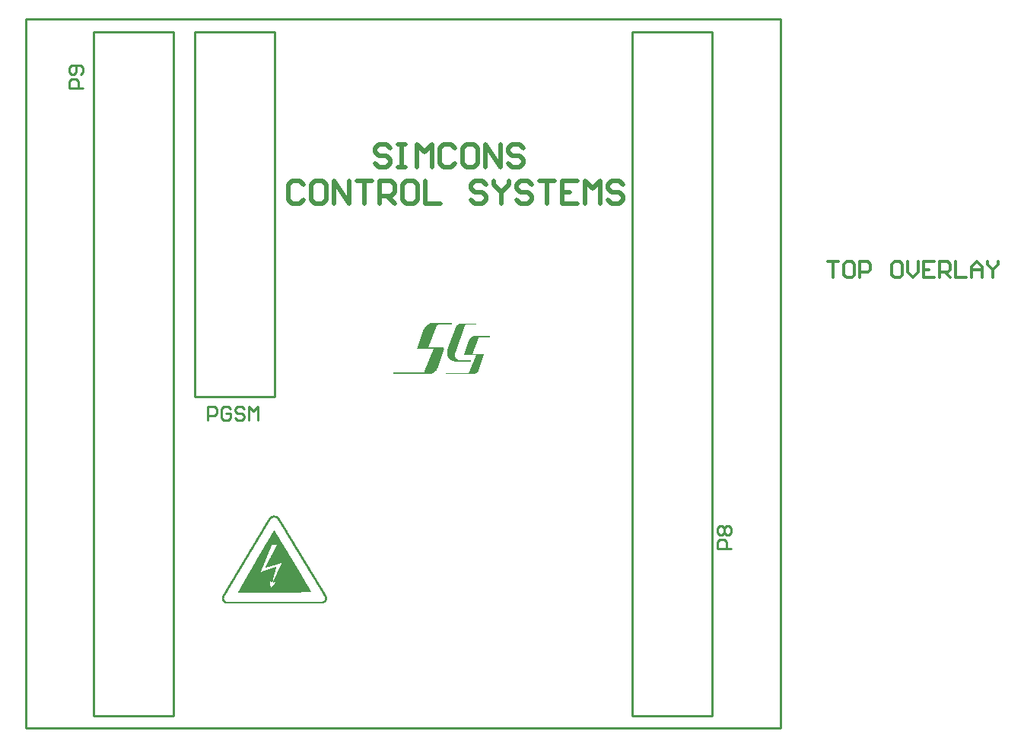
<source format=gto>
%FSLAX25Y25*%
%MOIN*%
G70*
G01*
G75*
G04 Layer_Color=65535*
%ADD10C,0.04000*%
%ADD11C,0.00800*%
%ADD12C,0.01200*%
%ADD13C,0.09000*%
%ADD14R,0.07500X0.09000*%
%ADD15O,0.06000X0.07500*%
%ADD16O,0.07500X0.09000*%
%ADD17C,0.19685*%
%ADD18C,0.11811*%
%ADD19O,0.12000X0.13000*%
%ADD20C,0.07500*%
%ADD21R,0.07500X0.07500*%
%ADD22R,0.12000X0.13000*%
%ADD23O,0.09000X0.07500*%
%ADD24O,0.09000X0.06000*%
%ADD25R,0.09000X0.07500*%
%ADD26C,0.10000*%
%ADD27C,0.03600*%
%ADD28C,0.03000*%
%ADD29C,0.01600*%
%ADD30R,0.27559X0.35433*%
%ADD31R,0.19685X0.35433*%
%ADD32C,0.01000*%
%ADD33C,0.00400*%
%ADD34C,0.01400*%
%ADD35C,0.02000*%
G36*
X589211Y557355D02*
X584841D01*
X584744Y557330D01*
X584597Y557281D01*
X584426Y557159D01*
X584402Y557135D01*
X584329Y557037D01*
X584231Y556940D01*
X584207Y556842D01*
X581570Y549934D01*
X586208D01*
X586355Y549885D01*
X586501Y549812D01*
X586574Y549714D01*
X586623Y549617D01*
Y549568D01*
X586648Y549519D01*
X586672Y549446D01*
X584402Y543002D01*
X584377Y542953D01*
X584353Y542855D01*
X584255Y542684D01*
X584158Y542489D01*
X583987Y542245D01*
X583816Y542025D01*
X583572Y541781D01*
X583303Y541561D01*
X583279D01*
X583255Y541513D01*
X583084Y541415D01*
X582864Y541293D01*
X582620Y541195D01*
X582596D01*
X582571Y541171D01*
X582425Y541147D01*
X582181Y541098D01*
X581912Y541073D01*
X570024D01*
Y541561D01*
X579666D01*
X579764Y541586D01*
X579886Y541635D01*
X580032Y541732D01*
X580057Y541757D01*
X580155Y541854D01*
X580228Y541952D01*
X580301Y542074D01*
X583206Y549422D01*
X577836Y549446D01*
X580106Y555914D01*
X580130Y555963D01*
X580155Y556061D01*
X580252Y556232D01*
X580350Y556427D01*
X580496Y556671D01*
X580692Y556915D01*
X580911Y557135D01*
X581180Y557355D01*
X581204D01*
X581253Y557404D01*
X581302Y557428D01*
X581399Y557501D01*
X581619Y557623D01*
X581863Y557721D01*
X581888D01*
X581912Y557745D01*
X581985Y557770D01*
X582083Y557794D01*
X582303Y557819D01*
X582596Y557843D01*
X589211D01*
Y557355D01*
D02*
G37*
G36*
X583315Y562855D02*
X578922D01*
X578824Y562830D01*
X578702Y562781D01*
X578555Y562659D01*
X578531Y562635D01*
X578433Y562562D01*
X578360Y562464D01*
X578287Y562342D01*
X574235Y550943D01*
X574210Y550894D01*
X574186Y550772D01*
X574113Y550601D01*
X574064Y550381D01*
X573991Y550137D01*
X573917Y549869D01*
X573893Y549624D01*
X573869Y549380D01*
Y549356D01*
Y549283D01*
X573893Y549185D01*
X573917Y549063D01*
X574015Y548770D01*
X574088Y548599D01*
X574186Y548453D01*
X574210Y548428D01*
X574235Y548404D01*
X574284Y548331D01*
X574381Y548233D01*
X574577Y548013D01*
X574869Y547769D01*
X575211Y547501D01*
X575602Y547281D01*
X575821Y547184D01*
X576041Y547110D01*
X576261Y547086D01*
X576505Y547061D01*
X580850D01*
Y546573D01*
X574113D01*
X573966Y546598D01*
X573771Y546622D01*
X573527Y546695D01*
X573258Y546769D01*
X572941Y546891D01*
X572624Y547037D01*
X572575Y547061D01*
X572477Y547135D01*
X572331Y547232D01*
X572135Y547354D01*
X571916Y547525D01*
X571696Y547696D01*
X571501Y547891D01*
X571330Y548111D01*
X571306Y548136D01*
X571257Y548209D01*
X571183Y548331D01*
X571110Y548502D01*
X571013Y548672D01*
X570915Y548868D01*
X570720Y549307D01*
Y549332D01*
X570695Y549405D01*
X570646Y549527D01*
X570622Y549673D01*
X570573Y549869D01*
X570524Y550064D01*
X570500Y550503D01*
Y550528D01*
Y550601D01*
X570524Y550723D01*
Y550869D01*
X570549Y551065D01*
X570598Y551284D01*
X570671Y551553D01*
X570744Y551821D01*
X574186Y561414D01*
X574210Y561463D01*
X574235Y561561D01*
X574332Y561732D01*
X574430Y561927D01*
X574577Y562171D01*
X574772Y562415D01*
X575016Y562635D01*
X575284Y562855D01*
X575309D01*
X575333Y562903D01*
X575504Y563001D01*
X575699Y563123D01*
X575943Y563221D01*
X575968D01*
X575992Y563245D01*
X576065Y563270D01*
X576163Y563294D01*
X576407Y563318D01*
X576676Y563343D01*
X583315D01*
Y562855D01*
D02*
G37*
G36*
X572585Y562782D02*
X566766D01*
X566636Y562749D01*
X566441Y562684D01*
X566213Y562522D01*
X566181Y562489D01*
X566083Y562359D01*
X565953Y562229D01*
X565921Y562099D01*
X562410Y552899D01*
X568587D01*
X568782Y552834D01*
X568977Y552736D01*
X569074Y552606D01*
X569139Y552476D01*
Y552411D01*
X569172Y552346D01*
X569204Y552248D01*
X566181Y543666D01*
X566148Y543601D01*
X566116Y543471D01*
X565986Y543243D01*
X565856Y542983D01*
X565628Y542658D01*
X565401Y542365D01*
X565076Y542040D01*
X564718Y541748D01*
X564685D01*
X564653Y541683D01*
X564425Y541553D01*
X564133Y541390D01*
X563808Y541260D01*
X563775D01*
X563743Y541228D01*
X563548Y541195D01*
X563223Y541130D01*
X562865Y541097D01*
X547032D01*
Y541748D01*
X559874D01*
X560004Y541780D01*
X560167Y541845D01*
X560362Y541975D01*
X560394Y542008D01*
X560524Y542138D01*
X560622Y542268D01*
X560719Y542430D01*
X564588Y552216D01*
X557436Y552248D01*
X560459Y560864D01*
X560492Y560929D01*
X560524Y561059D01*
X560654Y561286D01*
X560784Y561546D01*
X560979Y561871D01*
X561239Y562196D01*
X561532Y562489D01*
X561890Y562782D01*
X561922D01*
X561987Y562847D01*
X562052Y562879D01*
X562182Y562977D01*
X562475Y563139D01*
X562800Y563269D01*
X562832D01*
X562865Y563302D01*
X562962Y563334D01*
X563093Y563367D01*
X563385Y563399D01*
X563775Y563432D01*
X572585D01*
Y562782D01*
D02*
G37*
D32*
X385827Y385827D02*
Y696850D01*
X716535D01*
Y385827D02*
Y696850D01*
X385827Y385827D02*
X716535D01*
X651791Y391339D02*
X686791D01*
Y691339D01*
X651791D02*
X686791D01*
X651791Y391339D02*
Y691339D01*
X450571Y391339D02*
Y691339D01*
X415571Y391339D02*
X450571D01*
X415571D02*
Y691339D01*
X450571D01*
X460000Y531339D02*
X495000D01*
Y691339D01*
X460000D02*
X495000D01*
X460000Y531339D02*
Y691339D01*
X465500Y521000D02*
Y526998D01*
X468499D01*
X469499Y525998D01*
Y523999D01*
X468499Y522999D01*
X465500D01*
X475497Y525998D02*
X474497Y526998D01*
X472498D01*
X471498Y525998D01*
Y522000D01*
X472498Y521000D01*
X474497D01*
X475497Y522000D01*
Y523999D01*
X473497D01*
X481495Y525998D02*
X480495Y526998D01*
X478496D01*
X477496Y525998D01*
Y524999D01*
X478496Y523999D01*
X480495D01*
X481495Y522999D01*
Y522000D01*
X480495Y521000D01*
X478496D01*
X477496Y522000D01*
X483494Y521000D02*
Y526998D01*
X485494Y524999D01*
X487493Y526998D01*
Y521000D01*
X411000Y666500D02*
X405002D01*
Y669499D01*
X406002Y670499D01*
X408001D01*
X409001Y669499D01*
Y666500D01*
X410000Y672498D02*
X411000Y673498D01*
Y675497D01*
X410000Y676497D01*
X406002D01*
X405002Y675497D01*
Y673498D01*
X406002Y672498D01*
X407001D01*
X408001Y673498D01*
Y676497D01*
X695000Y464500D02*
X689002D01*
Y467499D01*
X690002Y468499D01*
X692001D01*
X693001Y467499D01*
Y464500D01*
X690002Y470498D02*
X689002Y471498D01*
Y473497D01*
X690002Y474497D01*
X691001D01*
X692001Y473497D01*
X693001Y474497D01*
X694000D01*
X695000Y473497D01*
Y471498D01*
X694000Y470498D01*
X693001D01*
X692001Y471498D01*
X691001Y470498D01*
X690002D01*
X692001Y471498D02*
Y473497D01*
D33*
X473559Y440786D02*
X515500D01*
X473234Y440868D02*
X515988D01*
X472990Y440949D02*
X516231D01*
X472909Y441030D02*
X516475D01*
X472747Y441111D02*
X516557D01*
X472665Y441193D02*
X516719D01*
X472584Y441274D02*
X516800D01*
X472503Y441355D02*
X473738D01*
X490297D02*
X516963D01*
X472422Y441436D02*
X473331D01*
X515890D02*
X517044D01*
X472340Y441518D02*
X473169D01*
X516134D02*
X517125D01*
X472259Y441599D02*
X473006D01*
X516296D02*
X517125D01*
X472259Y441680D02*
X472925D01*
X516459D02*
X517206D01*
X472178Y441761D02*
X472844D01*
X516540D02*
X517288D01*
X472096Y441843D02*
X472763D01*
X516621D02*
X517288D01*
X472096Y441924D02*
X472682D01*
X516703D02*
X517369D01*
X472096Y442005D02*
X472682D01*
X516784D02*
X517450D01*
X472015Y442086D02*
X472600D01*
X516865D02*
X517450D01*
X472015Y442168D02*
X472600D01*
X516865D02*
X517450D01*
X472015Y442249D02*
X472519D01*
X516947D02*
X517531D01*
X472015Y442330D02*
X472519D01*
X516947D02*
X517531D01*
X471934Y442411D02*
X472519D01*
X517028D02*
X517531D01*
X471934Y442493D02*
X472519D01*
X517028D02*
X517531D01*
X471934Y442574D02*
X472438D01*
X517028D02*
X517531D01*
X471934Y442655D02*
X472438D01*
X517028D02*
X517613D01*
X471934Y442736D02*
X472438D01*
X517028D02*
X517613D01*
X471934Y442818D02*
X472438D01*
X517028D02*
X517613D01*
X471934Y442899D02*
X472438D01*
X517028D02*
X517613D01*
X471934Y442980D02*
X472438D01*
X517028D02*
X517613D01*
X471934Y443061D02*
X472519D01*
X517028D02*
X517613D01*
X471934Y443143D02*
X472519D01*
X517028D02*
X517531D01*
X471934Y443224D02*
X472519D01*
X517028D02*
X517531D01*
X472015Y443305D02*
X472519D01*
X517028D02*
X517531D01*
X472015Y443386D02*
X472519D01*
X516947D02*
X517531D01*
X472015Y443468D02*
X472600D01*
X516947D02*
X517531D01*
X472015Y443549D02*
X472600D01*
X516947D02*
X517450D01*
X472096Y443630D02*
X472600D01*
X516865D02*
X517450D01*
X472096Y443711D02*
X472682D01*
X516865D02*
X517450D01*
X472096Y443793D02*
X472682D01*
X516784D02*
X517369D01*
X472178Y443874D02*
X472763D01*
X516784D02*
X517369D01*
X472178Y443955D02*
X472763D01*
X516703D02*
X517288D01*
X472178Y444036D02*
X472844D01*
X516621D02*
X517288D01*
X472259Y444118D02*
X472844D01*
X516540D02*
X517206D01*
X472259Y444199D02*
X472925D01*
X516540D02*
X517206D01*
X472340Y444280D02*
X473006D01*
X516459D02*
X517125D01*
X472340Y444361D02*
X473006D01*
X516459D02*
X517125D01*
X472422Y444443D02*
X473088D01*
X516378D02*
X517044D01*
X472503Y444524D02*
X473088D01*
X516378D02*
X516963D01*
X472503Y444605D02*
X473169D01*
X516296D02*
X516963D01*
X472584Y444686D02*
X473250D01*
X516215D02*
X516882D01*
X472584Y444768D02*
X473250D01*
X516215D02*
X516882D01*
X472665Y444849D02*
X473331D01*
X516134D02*
X516800D01*
X472747Y444930D02*
X473331D01*
X516134D02*
X516719D01*
X472747Y445011D02*
X473413D01*
X516053D02*
X516719D01*
X472828Y445093D02*
X473494D01*
X515972D02*
X516638D01*
X472828Y445174D02*
X473494D01*
X515972D02*
X516638D01*
X472909Y445255D02*
X473575D01*
X515890D02*
X516557D01*
X472990Y445336D02*
X473575D01*
X515890D02*
X516475D01*
X472990Y445418D02*
X473657D01*
X515809D02*
X516475D01*
X473071Y445499D02*
X473738D01*
X515728D02*
X516394D01*
X473071Y445580D02*
X473738D01*
X515728D02*
X516394D01*
X473153Y445661D02*
X473819D01*
X479084D02*
X506238D01*
X515647D02*
X516313D01*
X473234Y445743D02*
X473819D01*
X479084D02*
X510544D01*
X515647D02*
X516231D01*
X473234Y445824D02*
X473900D01*
X479165D02*
X510544D01*
X515565D02*
X516231D01*
X473315Y445905D02*
X473900D01*
X479165D02*
X510463D01*
X515484D02*
X516150D01*
X473315Y445986D02*
X473982D01*
X479247D02*
X510463D01*
X515484D02*
X516150D01*
X473396Y446068D02*
X474063D01*
X479247D02*
X510382D01*
X515403D02*
X516069D01*
X473478Y446149D02*
X474063D01*
X479328D02*
X510382D01*
X515403D02*
X515988D01*
X473478Y446230D02*
X474144D01*
X479409D02*
X510300D01*
X515321D02*
X515988D01*
X473559Y446311D02*
X474144D01*
X479409D02*
X510219D01*
X515240D02*
X515906D01*
X473559Y446393D02*
X474225D01*
X479490D02*
X510219D01*
X515240D02*
X515825D01*
X473640Y446474D02*
X474306D01*
X479490D02*
X510138D01*
X515159D02*
X515825D01*
X473722Y446555D02*
X474306D01*
X479571D02*
X510138D01*
X515159D02*
X515744D01*
X473722Y446636D02*
X474388D01*
X479571D02*
X510056D01*
X515078D02*
X515744D01*
X473803Y446718D02*
X474388D01*
X479653D02*
X509975D01*
X514996D02*
X515663D01*
X473803Y446799D02*
X474469D01*
X479734D02*
X509975D01*
X514996D02*
X515582D01*
X473884Y446880D02*
X474550D01*
X479734D02*
X509894D01*
X514915D02*
X515582D01*
X473965Y446961D02*
X474550D01*
X479815D02*
X509894D01*
X514834D02*
X515500D01*
X473965Y447043D02*
X474632D01*
X479815D02*
X509813D01*
X514834D02*
X515500D01*
X474047Y447124D02*
X474632D01*
X479896D02*
X492994D01*
X493140D02*
X509813D01*
X514753D02*
X515419D01*
X474047Y447205D02*
X474713D01*
X479896D02*
X492994D01*
X493222D02*
X509731D01*
X514753D02*
X515338D01*
X474128Y447286D02*
X474794D01*
X479978D02*
X492994D01*
X493303D02*
X509650D01*
X514672D02*
X515338D01*
X474209Y447368D02*
X474794D01*
X480059D02*
X492994D01*
X493384D02*
X509650D01*
X514590D02*
X515257D01*
X474209Y447449D02*
X474875D01*
X480059D02*
X492913D01*
X493465D02*
X509569D01*
X514590D02*
X515257D01*
X474290Y447530D02*
X474875D01*
X480140D02*
X492913D01*
X493465D02*
X509569D01*
X514509D02*
X515175D01*
X474290Y447611D02*
X474957D01*
X480140D02*
X492913D01*
X498909D02*
X509488D01*
X514509D02*
X515094D01*
X474371Y447693D02*
X475038D01*
X480222D02*
X492913D01*
X493628D02*
X509488D01*
X514428D02*
X515094D01*
X474453Y447774D02*
X475038D01*
X480303D02*
X492913D01*
X493709D02*
X509407D01*
X514347D02*
X515013D01*
X474453Y447855D02*
X475119D01*
X480303D02*
X492913D01*
X493790D02*
X509325D01*
X514347D02*
X515013D01*
X474534Y447936D02*
X475119D01*
X480384D02*
X492832D01*
X493871D02*
X509325D01*
X514265D02*
X514931D01*
X474534Y448018D02*
X475200D01*
X480384D02*
X492832D01*
X493953D02*
X509244D01*
X514265D02*
X514850D01*
X474615Y448099D02*
X475281D01*
X480465D02*
X492832D01*
X493953D02*
X509244D01*
X514184D02*
X514850D01*
X474696Y448180D02*
X475281D01*
X480465D02*
X492832D01*
X494034D02*
X509163D01*
X514103D02*
X514769D01*
X474696Y448261D02*
X475363D01*
X480547D02*
X492832D01*
X494115D02*
X509082D01*
X514103D02*
X514769D01*
X474778Y448343D02*
X475363D01*
X480628D02*
X492832D01*
X494197D02*
X509082D01*
X514021D02*
X514688D01*
X474778Y448424D02*
X475444D01*
X480628D02*
X492750D01*
X494278D02*
X509000D01*
X514021D02*
X514607D01*
X474859Y448505D02*
X475525D01*
X480709D02*
X492750D01*
X494359D02*
X509000D01*
X513940D02*
X514607D01*
X474859Y448586D02*
X475525D01*
X480709D02*
X492750D01*
X494359D02*
X508919D01*
X513859D02*
X514525D01*
X474940Y448668D02*
X475606D01*
X480790D02*
X492750D01*
X494440D02*
X508919D01*
X513859D02*
X514525D01*
X475022Y448749D02*
X475606D01*
X480790D02*
X492750D01*
X494522D02*
X508838D01*
X513778D02*
X514444D01*
X475022Y448830D02*
X475688D01*
X480871D02*
X492750D01*
X494603D02*
X508756D01*
X513778D02*
X514363D01*
X475103Y448911D02*
X475769D01*
X480953D02*
X492669D01*
X494684D02*
X508756D01*
X513696D02*
X514363D01*
X475103Y448993D02*
X475769D01*
X480953D02*
X492669D01*
X494765D02*
X508675D01*
X513615D02*
X514282D01*
X475184Y449074D02*
X475850D01*
X481034D02*
X492669D01*
X494846D02*
X508675D01*
X513615D02*
X514200D01*
X475265Y449155D02*
X475850D01*
X481034D02*
X492669D01*
X494846D02*
X508594D01*
X513534D02*
X514200D01*
X475265Y449236D02*
X475932D01*
X481115D02*
X492669D01*
X494928D02*
X508513D01*
X513534D02*
X514119D01*
X475347Y449318D02*
X476013D01*
X481115D02*
X492669D01*
X495009D02*
X508513D01*
X513453D02*
X514119D01*
X475347Y449399D02*
X476013D01*
X481196D02*
X492588D01*
X495090D02*
X508431D01*
X513372D02*
X514038D01*
X475428Y449480D02*
X476094D01*
X481278D02*
X492588D01*
X495171D02*
X508431D01*
X513372D02*
X513956D01*
X475509Y449561D02*
X476094D01*
X481278D02*
X492588D01*
X495253D02*
X508350D01*
X513290D02*
X513956D01*
X475509Y449643D02*
X476175D01*
X481359D02*
X492588D01*
X495334D02*
X508350D01*
X513209D02*
X513875D01*
X475590Y449724D02*
X476257D01*
X481359D02*
X492588D01*
X495334D02*
X508269D01*
X513209D02*
X513875D01*
X475590Y449805D02*
X476257D01*
X481440D02*
X492588D01*
X495415D02*
X508188D01*
X513128D02*
X513794D01*
X475671Y449886D02*
X476338D01*
X481440D02*
X492588D01*
X495497D02*
X508188D01*
X513128D02*
X513713D01*
X475753Y449968D02*
X476338D01*
X481522D02*
X492507D01*
X494197D02*
X494456D01*
X495578D02*
X508107D01*
X513047D02*
X513713D01*
X475753Y450049D02*
X476419D01*
X481603D02*
X492507D01*
X493546D02*
X493644D01*
X494278D02*
X494863D01*
X495659D02*
X508107D01*
X512965D02*
X513631D01*
X475834Y450130D02*
X476500D01*
X481603D02*
X492507D01*
X493465D02*
X493644D01*
X494278D02*
X495188D01*
X498909D02*
X508025D01*
X512965D02*
X513631D01*
X475834Y450211D02*
X476500D01*
X481684D02*
X492507D01*
X493303D02*
X493644D01*
X494278D02*
X495513D01*
X495740D02*
X507944D01*
X512884D02*
X513550D01*
X475915Y450293D02*
X476581D01*
X481684D02*
X492507D01*
X493222D02*
X493725D01*
X494359D02*
X507944D01*
X512884D02*
X513469D01*
X475996Y450374D02*
X476581D01*
X481765D02*
X492507D01*
X493140D02*
X493725D01*
X494359D02*
X507863D01*
X512803D02*
X513469D01*
X475996Y450455D02*
X476663D01*
X481765D02*
X492425D01*
X493059D02*
X493725D01*
X494440D02*
X507863D01*
X512721D02*
X513388D01*
X476078Y450536D02*
X476744D01*
X481847D02*
X492425D01*
X492897D02*
X493725D01*
X494440D02*
X507782D01*
X512721D02*
X513388D01*
X476078Y450618D02*
X476744D01*
X481928D02*
X492425D01*
X492815D02*
X493807D01*
X494522D02*
X507782D01*
X512640D02*
X513307D01*
X476159Y450699D02*
X476825D01*
X481928D02*
X492425D01*
X492734D02*
X493807D01*
X494522D02*
X507700D01*
X512640D02*
X513225D01*
X476240Y450780D02*
X476825D01*
X482009D02*
X492425D01*
X492571D02*
X493807D01*
X494603D02*
X507619D01*
X512559D02*
X513225D01*
X476240Y450861D02*
X476906D01*
X482009D02*
X493807D01*
X494603D02*
X507619D01*
X512478D02*
X513144D01*
X476322Y450943D02*
X476988D01*
X482090D02*
X493888D01*
X494684D02*
X507538D01*
X512478D02*
X513144D01*
X476322Y451024D02*
X476988D01*
X482090D02*
X493888D01*
X494684D02*
X507538D01*
X512396D02*
X513063D01*
X476403Y451105D02*
X477069D01*
X482171D02*
X493888D01*
X494765D02*
X507456D01*
X512396D02*
X512982D01*
X476484Y451186D02*
X477069D01*
X482253D02*
X493888D01*
X494765D02*
X507456D01*
X512315D02*
X512982D01*
X476484Y451268D02*
X477150D01*
X482253D02*
X493969D01*
X494846D02*
X507375D01*
X512234D02*
X512900D01*
X476565Y451349D02*
X477232D01*
X482334D02*
X493969D01*
X494846D02*
X507294D01*
X512234D02*
X512900D01*
X476565Y451430D02*
X477232D01*
X482334D02*
X493969D01*
X494846D02*
X507294D01*
X512153D02*
X512819D01*
X476647Y451511D02*
X477313D01*
X482415D02*
X494050D01*
X494928D02*
X507213D01*
X512153D02*
X512738D01*
X476728Y451593D02*
X477313D01*
X482415D02*
X494050D01*
X494928D02*
X507213D01*
X512072D02*
X512738D01*
X476728Y451674D02*
X477394D01*
X482497D02*
X494050D01*
X495009D02*
X507131D01*
X511990D02*
X512656D01*
X476809Y451755D02*
X477475D01*
X482578D02*
X494050D01*
X495009D02*
X507050D01*
X511990D02*
X512575D01*
X476809Y451836D02*
X477475D01*
X482578D02*
X494132D01*
X495090D02*
X507050D01*
X511909D02*
X512575D01*
X476890Y451918D02*
X477557D01*
X482659D02*
X494132D01*
X495090D02*
X506969D01*
X511909D02*
X512494D01*
X476971Y451999D02*
X477557D01*
X482659D02*
X494132D01*
X495171D02*
X506969D01*
X511828D02*
X512494D01*
X476971Y452080D02*
X477638D01*
X482740D02*
X494132D01*
X495171D02*
X506888D01*
X511747D02*
X512413D01*
X477053Y452161D02*
X477719D01*
X482740D02*
X494213D01*
X495253D02*
X506888D01*
X511747D02*
X512331D01*
X477053Y452243D02*
X477719D01*
X482822D02*
X494213D01*
X495253D02*
X506807D01*
X511665D02*
X512331D01*
X477134Y452324D02*
X477800D01*
X482903D02*
X494213D01*
X495334D02*
X506725D01*
X511584D02*
X512250D01*
X477215Y452405D02*
X477800D01*
X482903D02*
X494294D01*
X495334D02*
X506725D01*
X511584D02*
X512250D01*
X477215Y452486D02*
X477881D01*
X482984D02*
X494294D01*
X495415D02*
X506644D01*
X511503D02*
X512169D01*
X477296Y452568D02*
X477881D01*
X482984D02*
X494294D01*
X495415D02*
X506644D01*
X511503D02*
X512088D01*
X477296Y452649D02*
X477963D01*
X483065D02*
X494294D01*
X495415D02*
X506563D01*
X511421D02*
X512088D01*
X477378Y452730D02*
X478044D01*
X483065D02*
X494375D01*
X495497D02*
X506482D01*
X511340D02*
X512007D01*
X477459Y452811D02*
X478044D01*
X483146D02*
X494375D01*
X495497D02*
X506482D01*
X511340D02*
X512007D01*
X477459Y452893D02*
X478125D01*
X483228D02*
X494375D01*
X495578D02*
X506400D01*
X511259D02*
X511925D01*
X477540Y452974D02*
X478125D01*
X483228D02*
X494375D01*
X495578D02*
X506400D01*
X511259D02*
X511844D01*
X477540Y453055D02*
X478206D01*
X483309D02*
X494456D01*
X495659D02*
X506319D01*
X511178D02*
X511844D01*
X477622Y453136D02*
X478288D01*
X483309D02*
X494456D01*
X495659D02*
X506319D01*
X511096D02*
X511763D01*
X477703Y453218D02*
X478288D01*
X483390D02*
X494456D01*
X495740D02*
X506238D01*
X511096D02*
X511763D01*
X477703Y453299D02*
X478369D01*
X483390D02*
X494456D01*
X495740D02*
X506156D01*
X511015D02*
X511682D01*
X477784Y453380D02*
X478369D01*
X483471D02*
X494538D01*
X495822D02*
X506156D01*
X511015D02*
X511600D01*
X477784Y453461D02*
X478450D01*
X483553D02*
X494538D01*
X495822D02*
X506075D01*
X510934D02*
X511600D01*
X477865Y453543D02*
X478532D01*
X483553D02*
X494538D01*
X495903D02*
X506075D01*
X510853D02*
X511519D01*
X477947Y453624D02*
X478532D01*
X483634D02*
X494619D01*
X495903D02*
X505994D01*
X510853D02*
X511519D01*
X477947Y453705D02*
X478613D01*
X483634D02*
X494619D01*
X495903D02*
X505994D01*
X510772D02*
X511438D01*
X478028Y453786D02*
X478613D01*
X483715D02*
X494619D01*
X495984D02*
X505913D01*
X510772D02*
X511356D01*
X478028Y453868D02*
X478694D01*
X483715D02*
X494619D01*
X495984D02*
X505831D01*
X510690D02*
X511356D01*
X478109Y453949D02*
X478775D01*
X483797D02*
X494700D01*
X496065D02*
X505831D01*
X510609D02*
X511275D01*
X478190Y454030D02*
X478775D01*
X483878D02*
X494700D01*
X496065D02*
X505750D01*
X510609D02*
X511275D01*
X478190Y454111D02*
X478857D01*
X483878D02*
X494700D01*
X496146D02*
X505750D01*
X510528D02*
X511194D01*
X478271Y454193D02*
X478857D01*
X483959D02*
X494700D01*
X496146D02*
X505669D01*
X510528D02*
X511113D01*
X478271Y454274D02*
X478938D01*
X483959D02*
X488444D01*
X488671D02*
X494781D01*
X496228D02*
X505588D01*
X510447D02*
X511113D01*
X478353Y454355D02*
X479019D01*
X484040D02*
X488444D01*
X488915D02*
X494781D01*
X496228D02*
X505588D01*
X510365D02*
X511031D01*
X478434Y454436D02*
X479019D01*
X484040D02*
X488444D01*
X489159D02*
X494781D01*
X496309D02*
X505507D01*
X510365D02*
X510950D01*
X478434Y454518D02*
X479100D01*
X484122D02*
X488525D01*
X489403D02*
X494863D01*
X496309D02*
X505507D01*
X510284D02*
X510950D01*
X478515Y454599D02*
X479100D01*
X484203D02*
X488525D01*
X489646D02*
X494863D01*
X496390D02*
X505425D01*
X510284D02*
X510869D01*
X478515Y454680D02*
X479181D01*
X484203D02*
X488607D01*
X489890D02*
X494863D01*
X496390D02*
X505425D01*
X510203D02*
X510869D01*
X478596Y454761D02*
X479263D01*
X484284D02*
X488607D01*
X490134D02*
X494863D01*
X496472D02*
X505344D01*
X510121D02*
X510788D01*
X478596Y454843D02*
X479263D01*
X484284D02*
X488688D01*
X490378D02*
X494944D01*
X496472D02*
X505263D01*
X510121D02*
X510707D01*
X478678Y454924D02*
X479344D01*
X484365D02*
X488688D01*
X490622D02*
X494944D01*
X496472D02*
X505263D01*
X510040D02*
X510707D01*
X478759Y455005D02*
X479344D01*
X484365D02*
X488688D01*
X490865D02*
X494944D01*
X496553D02*
X505182D01*
X509959D02*
X510625D01*
X478759Y455086D02*
X479425D01*
X484446D02*
X488769D01*
X491109D02*
X494944D01*
X496553D02*
X505182D01*
X509959D02*
X510625D01*
X478840Y455168D02*
X479506D01*
X484528D02*
X488769D01*
X491271D02*
X495025D01*
X496634D02*
X505100D01*
X509878D02*
X510544D01*
X478840Y455249D02*
X479506D01*
X484528D02*
X488850D01*
X491515D02*
X495025D01*
X496634D02*
X505019D01*
X509878D02*
X510463D01*
X478922Y455330D02*
X479588D01*
X484609D02*
X488850D01*
X491759D02*
X495025D01*
X496715D02*
X505019D01*
X509796D02*
X510463D01*
X479003Y455411D02*
X479588D01*
X484609D02*
X488850D01*
X492003D02*
X495025D01*
X496715D02*
X504938D01*
X509715D02*
X510382D01*
X479003Y455493D02*
X479669D01*
X484690D02*
X488932D01*
X492246D02*
X495107D01*
X496797D02*
X504938D01*
X509715D02*
X510382D01*
X479084Y455574D02*
X479750D01*
X484690D02*
X488932D01*
X492490D02*
X495107D01*
X496797D02*
X504856D01*
X509634D02*
X510300D01*
X479084Y455655D02*
X479750D01*
X484771D02*
X489013D01*
X492734D02*
X495107D01*
X496878D02*
X504856D01*
X509634D02*
X510219D01*
X479165Y455736D02*
X479832D01*
X484853D02*
X489013D01*
X492978D02*
X495188D01*
X496878D02*
X504775D01*
X509553D02*
X510219D01*
X479247Y455818D02*
X479832D01*
X484853D02*
X489013D01*
X493222D02*
X495188D01*
X496959D02*
X504694D01*
X509472D02*
X510138D01*
X479247Y455899D02*
X479913D01*
X484934D02*
X489094D01*
X493465D02*
X495188D01*
X496959D02*
X504694D01*
X509472D02*
X510138D01*
X479328Y455980D02*
X479994D01*
X484934D02*
X489094D01*
X493709D02*
X495188D01*
X497040D02*
X504613D01*
X509390D02*
X510056D01*
X479328Y456061D02*
X479994D01*
X485015D02*
X489175D01*
X493953D02*
X495269D01*
X497040D02*
X504613D01*
X509390D02*
X509975D01*
X479409Y456143D02*
X480075D01*
X485015D02*
X489175D01*
X494197D02*
X495269D01*
X497040D02*
X504531D01*
X509309D02*
X509975D01*
X479490Y456224D02*
X480075D01*
X485097D02*
X489175D01*
X494440D02*
X495269D01*
X497121D02*
X504450D01*
X509228D02*
X509894D01*
X479490Y456305D02*
X480157D01*
X485178D02*
X489256D01*
X494684D02*
X495269D01*
X497121D02*
X504450D01*
X509228D02*
X509894D01*
X479571Y456386D02*
X480238D01*
X485178D02*
X489256D01*
X494928D02*
X495350D01*
X497203D02*
X504369D01*
X509146D02*
X509813D01*
X479571Y456468D02*
X480238D01*
X485259D02*
X489338D01*
X490865D02*
X490963D01*
X495090D02*
X495350D01*
X497203D02*
X504288D01*
X509146D02*
X509731D01*
X479653Y456549D02*
X480319D01*
X485259D02*
X489338D01*
X490865D02*
X491207D01*
X495334D02*
X495350D01*
X497284D02*
X504288D01*
X509065D02*
X509731D01*
X479734Y456630D02*
X480319D01*
X485340D02*
X489419D01*
X490946D02*
X491450D01*
X497284D02*
X504207D01*
X508984D02*
X509650D01*
X479734Y456711D02*
X480400D01*
X485340D02*
X489419D01*
X491028D02*
X491694D01*
X497365D02*
X504207D01*
X508984D02*
X509650D01*
X479815Y456793D02*
X480481D01*
X485422D02*
X489419D01*
X491028D02*
X492019D01*
X497365D02*
X504125D01*
X508903D02*
X509569D01*
X479815Y456874D02*
X480481D01*
X485503D02*
X489500D01*
X491109D02*
X492263D01*
X497446D02*
X504044D01*
X508903D02*
X509488D01*
X479896Y456955D02*
X480563D01*
X485503D02*
X489500D01*
X491109D02*
X492507D01*
X497446D02*
X504044D01*
X508821D02*
X509488D01*
X479978Y457036D02*
X480563D01*
X485584D02*
X489581D01*
X491190D02*
X492750D01*
X497528D02*
X503963D01*
X508740D02*
X509407D01*
X479978Y457118D02*
X480644D01*
X485584D02*
X489581D01*
X491190D02*
X493075D01*
X497528D02*
X503963D01*
X508740D02*
X509325D01*
X480059Y457199D02*
X480725D01*
X485665D02*
X489581D01*
X491271D02*
X493319D01*
X497609D02*
X503882D01*
X508659D02*
X509325D01*
X480059Y457280D02*
X480725D01*
X485665D02*
X489663D01*
X491271D02*
X493563D01*
X497609D02*
X503800D01*
X508659D02*
X509244D01*
X480140Y457361D02*
X480806D01*
X485746D02*
X489663D01*
X491353D02*
X493807D01*
X497609D02*
X503800D01*
X508578D02*
X509244D01*
X480222Y457443D02*
X480806D01*
X485828D02*
X489744D01*
X491353D02*
X494050D01*
X497690D02*
X503719D01*
X508497D02*
X509163D01*
X480222Y457524D02*
X480888D01*
X485828D02*
X489744D01*
X491434D02*
X494375D01*
X497690D02*
X503719D01*
X508497D02*
X509082D01*
X480303Y457605D02*
X480969D01*
X485909D02*
X489744D01*
X491434D02*
X494619D01*
X497772D02*
X503638D01*
X508415D02*
X509082D01*
X480303Y457686D02*
X480969D01*
X485909D02*
X489825D01*
X491515D02*
X494863D01*
X497772D02*
X503556D01*
X508334D02*
X509000D01*
X480384Y457768D02*
X481050D01*
X485990D02*
X489825D01*
X491515D02*
X495107D01*
X497853D02*
X503556D01*
X508334D02*
X509000D01*
X480465Y457849D02*
X481050D01*
X485990D02*
X489907D01*
X491597D02*
X495432D01*
X497853D02*
X503475D01*
X508253D02*
X508919D01*
X480465Y457930D02*
X481132D01*
X486071D02*
X489907D01*
X491597D02*
X495675D01*
X497934D02*
X503475D01*
X508253D02*
X508838D01*
X480547Y458011D02*
X481213D01*
X486153D02*
X489907D01*
X491678D02*
X495919D01*
X497934D02*
X503394D01*
X508172D02*
X508838D01*
X480547Y458093D02*
X481213D01*
X486153D02*
X489988D01*
X491759D02*
X496163D01*
X498015D02*
X503313D01*
X508090D02*
X508756D01*
X480628Y458174D02*
X481294D01*
X486234D02*
X489988D01*
X491759D02*
X496488D01*
X498015D02*
X503313D01*
X508090D02*
X508756D01*
X480709Y458255D02*
X481294D01*
X486234D02*
X490069D01*
X491840D02*
X496732D01*
X498097D02*
X503231D01*
X508009D02*
X508675D01*
X480709Y458336D02*
X481375D01*
X486315D02*
X490069D01*
X491840D02*
X496975D01*
X498097D02*
X503231D01*
X508009D02*
X508594D01*
X480790Y458418D02*
X481457D01*
X486315D02*
X490150D01*
X491922D02*
X497219D01*
X498178D02*
X503150D01*
X507928D02*
X508594D01*
X480790Y458499D02*
X481457D01*
X486397D02*
X490150D01*
X491922D02*
X497463D01*
X498178D02*
X503069D01*
X507846D02*
X508513D01*
X480871Y458580D02*
X481538D01*
X486478D02*
X490150D01*
X492003D02*
X497788D01*
X498178D02*
X503069D01*
X507846D02*
X508513D01*
X480953Y458661D02*
X481538D01*
X486478D02*
X490232D01*
X492003D02*
X498032D01*
X498259D02*
X502988D01*
X507765D02*
X508431D01*
X480953Y458743D02*
X481619D01*
X486559D02*
X490232D01*
X492084D02*
X502988D01*
X507765D02*
X508350D01*
X481034Y458824D02*
X481619D01*
X486559D02*
X490313D01*
X492084D02*
X502907D01*
X507684D02*
X508350D01*
X481034Y458905D02*
X481700D01*
X486640D02*
X490313D01*
X492165D02*
X502825D01*
X507603D02*
X508269D01*
X481115Y458986D02*
X481781D01*
X486640D02*
X490313D01*
X492165D02*
X502825D01*
X507603D02*
X508269D01*
X481196Y459068D02*
X481781D01*
X486722D02*
X490394D01*
X492246D02*
X502744D01*
X507521D02*
X508188D01*
X481196Y459149D02*
X481863D01*
X486803D02*
X490394D01*
X492246D02*
X502663D01*
X507521D02*
X508107D01*
X481278Y459230D02*
X481863D01*
X486803D02*
X490475D01*
X492328D02*
X502663D01*
X507440D02*
X508107D01*
X481278Y459311D02*
X481944D01*
X486884D02*
X490475D01*
X492409D02*
X502582D01*
X507359D02*
X508025D01*
X481359Y459393D02*
X482025D01*
X486884D02*
X490475D01*
X492409D02*
X502582D01*
X507359D02*
X508025D01*
X481440Y459474D02*
X482025D01*
X486965D02*
X490556D01*
X492490D02*
X502500D01*
X507278D02*
X507944D01*
X481440Y459555D02*
X482106D01*
X486965D02*
X490556D01*
X492490D02*
X502419D01*
X507278D02*
X507863D01*
X481522Y459636D02*
X482106D01*
X487046D02*
X490638D01*
X492571D02*
X502419D01*
X507197D02*
X507863D01*
X481522Y459718D02*
X482188D01*
X487128D02*
X490638D01*
X492571D02*
X502338D01*
X507115D02*
X507782D01*
X481603Y459799D02*
X482269D01*
X487128D02*
X490638D01*
X492653D02*
X502338D01*
X507115D02*
X507700D01*
X481684Y459880D02*
X482269D01*
X487209D02*
X490719D01*
X492653D02*
X502256D01*
X507034D02*
X507700D01*
X481684Y459961D02*
X482350D01*
X487209D02*
X490719D01*
X492734D02*
X502175D01*
X507034D02*
X507619D01*
X481765Y460043D02*
X482350D01*
X487290D02*
X490800D01*
X492734D02*
X502175D01*
X506953D02*
X507619D01*
X481765Y460124D02*
X482432D01*
X487290D02*
X490800D01*
X492815D02*
X502094D01*
X506872D02*
X507538D01*
X481847Y460205D02*
X482513D01*
X487371D02*
X490881D01*
X492815D02*
X502094D01*
X506872D02*
X507456D01*
X481928Y460286D02*
X482513D01*
X487453D02*
X490881D01*
X492897D02*
X502013D01*
X506790D02*
X507456D01*
X481928Y460368D02*
X482594D01*
X487453D02*
X490881D01*
X492897D02*
X501931D01*
X506709D02*
X507375D01*
X482009Y460449D02*
X482594D01*
X487534D02*
X490963D01*
X492978D02*
X501931D01*
X506709D02*
X507375D01*
X482009Y460530D02*
X482675D01*
X487534D02*
X490963D01*
X492978D02*
X501850D01*
X506628D02*
X507294D01*
X482090Y460611D02*
X482757D01*
X487615D02*
X491044D01*
X493059D02*
X501850D01*
X506628D02*
X507213D01*
X482171Y460693D02*
X482757D01*
X487615D02*
X491044D01*
X493140D02*
X501769D01*
X506546D02*
X507213D01*
X482171Y460774D02*
X482838D01*
X487697D02*
X491044D01*
X493140D02*
X501688D01*
X506465D02*
X507131D01*
X482253Y460855D02*
X482838D01*
X487778D02*
X491125D01*
X493222D02*
X501688D01*
X506465D02*
X507131D01*
X482253Y460936D02*
X482919D01*
X487778D02*
X491125D01*
X493222D02*
X501607D01*
X506384D02*
X507050D01*
X482334Y461018D02*
X483000D01*
X487859D02*
X491207D01*
X493303D02*
X501607D01*
X506384D02*
X506969D01*
X482415Y461099D02*
X483000D01*
X487859D02*
X491207D01*
X493303D02*
X501525D01*
X506303D02*
X506969D01*
X482415Y461180D02*
X483081D01*
X487940D02*
X491207D01*
X493384D02*
X501444D01*
X506221D02*
X506888D01*
X482497Y461261D02*
X483081D01*
X487940D02*
X491288D01*
X493384D02*
X501444D01*
X506221D02*
X506888D01*
X482497Y461343D02*
X483163D01*
X488022D02*
X491288D01*
X493465D02*
X501363D01*
X506140D02*
X506807D01*
X482578Y461424D02*
X483244D01*
X488103D02*
X491369D01*
X493465D02*
X501281D01*
X506140D02*
X506725D01*
X482578Y461505D02*
X483244D01*
X488103D02*
X491369D01*
X493546D02*
X501281D01*
X506059D02*
X506725D01*
X482659Y461586D02*
X483325D01*
X488184D02*
X491369D01*
X493546D02*
X501200D01*
X505978D02*
X506644D01*
X482740Y461668D02*
X483325D01*
X488184D02*
X491450D01*
X493628D02*
X501200D01*
X505978D02*
X506644D01*
X482740Y461749D02*
X483406D01*
X488265D02*
X491450D01*
X493628D02*
X501119D01*
X505897D02*
X506563D01*
X482822Y461830D02*
X483488D01*
X488265D02*
X491532D01*
X493709D02*
X501038D01*
X505897D02*
X506482D01*
X482822Y461911D02*
X483488D01*
X488346D02*
X491532D01*
X493709D02*
X501038D01*
X505815D02*
X506482D01*
X482903Y461993D02*
X483569D01*
X488428D02*
X491613D01*
X493790D02*
X500956D01*
X505734D02*
X506400D01*
X482984Y462074D02*
X483569D01*
X488428D02*
X491613D01*
X493871D02*
X500956D01*
X505734D02*
X506400D01*
X482984Y462155D02*
X483650D01*
X488509D02*
X491613D01*
X493871D02*
X500875D01*
X505653D02*
X506319D01*
X483065Y462236D02*
X483732D01*
X488509D02*
X491694D01*
X493953D02*
X500794D01*
X505653D02*
X506238D01*
X483065Y462318D02*
X483732D01*
X488590D02*
X491694D01*
X493953D02*
X500794D01*
X505572D02*
X506238D01*
X483146Y462399D02*
X483813D01*
X488590D02*
X491775D01*
X494034D02*
X500713D01*
X505490D02*
X506156D01*
X483228Y462480D02*
X483813D01*
X488671D02*
X491775D01*
X494034D02*
X500713D01*
X505490D02*
X506075D01*
X483228Y462561D02*
X483894D01*
X488753D02*
X491775D01*
X494115D02*
X500632D01*
X505409D02*
X506075D01*
X483309Y462643D02*
X483975D01*
X488753D02*
X491856D01*
X494115D02*
X500550D01*
X505409D02*
X505994D01*
X483309Y462724D02*
X483975D01*
X488834D02*
X491856D01*
X494197D02*
X500550D01*
X505328D02*
X505994D01*
X483390Y462805D02*
X484057D01*
X488834D02*
X491938D01*
X494197D02*
X500469D01*
X505246D02*
X505913D01*
X483471Y462886D02*
X484057D01*
X488915D02*
X491938D01*
X494278D02*
X500469D01*
X505246D02*
X505831D01*
X483471Y462968D02*
X484138D01*
X488997D02*
X491938D01*
X494278D02*
X500388D01*
X505165D02*
X505831D01*
X483553Y463049D02*
X484219D01*
X488997D02*
X492019D01*
X494359D02*
X500307D01*
X505084D02*
X505750D01*
X483553Y463130D02*
X484219D01*
X489078D02*
X492019D01*
X494359D02*
X500307D01*
X505084D02*
X505750D01*
X483634Y463211D02*
X484300D01*
X489078D02*
X492100D01*
X494440D02*
X500225D01*
X505003D02*
X505669D01*
X483715Y463293D02*
X484300D01*
X489159D02*
X492100D01*
X494440D02*
X500225D01*
X505003D02*
X505588D01*
X483715Y463374D02*
X484381D01*
X489240D02*
X492100D01*
X494522D02*
X500144D01*
X504921D02*
X505588D01*
X483797Y463455D02*
X484463D01*
X489240D02*
X492181D01*
X494603D02*
X500063D01*
X504840D02*
X505507D01*
X483797Y463536D02*
X484463D01*
X489322D02*
X492181D01*
X494603D02*
X500063D01*
X504840D02*
X505507D01*
X483878Y463618D02*
X484544D01*
X489322D02*
X492263D01*
X494684D02*
X499981D01*
X504759D02*
X505425D01*
X483959Y463699D02*
X484544D01*
X489403D02*
X492263D01*
X494684D02*
X499981D01*
X504759D02*
X505344D01*
X483959Y463780D02*
X484625D01*
X489484D02*
X492263D01*
X494765D02*
X499900D01*
X504678D02*
X505344D01*
X484040Y463861D02*
X484706D01*
X489484D02*
X492344D01*
X494765D02*
X499819D01*
X504597D02*
X505263D01*
X484040Y463943D02*
X484706D01*
X489565D02*
X492344D01*
X494846D02*
X499819D01*
X504597D02*
X505263D01*
X484122Y464024D02*
X484788D01*
X489565D02*
X492425D01*
X494846D02*
X499738D01*
X504515D02*
X505182D01*
X484203Y464105D02*
X484788D01*
X489646D02*
X492425D01*
X494928D02*
X499656D01*
X504515D02*
X505100D01*
X484203Y464186D02*
X484869D01*
X489728D02*
X492507D01*
X494928D02*
X499656D01*
X504434D02*
X505100D01*
X484284Y464268D02*
X484950D01*
X489728D02*
X492507D01*
X495009D02*
X499575D01*
X504353D02*
X505019D01*
X484284Y464349D02*
X484950D01*
X489809D02*
X492507D01*
X495009D02*
X499575D01*
X504353D02*
X505019D01*
X484365Y464430D02*
X485032D01*
X489809D02*
X492588D01*
X495090D02*
X499494D01*
X504272D02*
X504938D01*
X484446Y464511D02*
X485032D01*
X489890D02*
X492588D01*
X495090D02*
X499413D01*
X504272D02*
X504856D01*
X484446Y464593D02*
X485113D01*
X489971D02*
X492669D01*
X495171D02*
X499413D01*
X504190D02*
X504856D01*
X484528Y464674D02*
X485194D01*
X489971D02*
X492669D01*
X495253D02*
X499332D01*
X504109D02*
X504775D01*
X484528Y464755D02*
X485194D01*
X490053D02*
X492669D01*
X495253D02*
X499332D01*
X504109D02*
X504775D01*
X484609Y464836D02*
X485275D01*
X490053D02*
X492750D01*
X495334D02*
X499250D01*
X504028D02*
X504694D01*
X484690Y464918D02*
X485275D01*
X490134D02*
X492750D01*
X495334D02*
X499169D01*
X504028D02*
X504613D01*
X484690Y464999D02*
X485357D01*
X490215D02*
X492832D01*
X495415D02*
X499169D01*
X503946D02*
X504613D01*
X484771Y465080D02*
X485438D01*
X490215D02*
X492832D01*
X495415D02*
X499088D01*
X503865D02*
X504531D01*
X484771Y465161D02*
X485438D01*
X490297D02*
X492832D01*
X495497D02*
X499088D01*
X503865D02*
X504450D01*
X484853Y465243D02*
X485519D01*
X490297D02*
X492913D01*
X495497D02*
X499007D01*
X503784D02*
X504450D01*
X484934Y465324D02*
X485519D01*
X490378D02*
X492913D01*
X495578D02*
X498925D01*
X503784D02*
X504369D01*
X484934Y465405D02*
X485600D01*
X490378D02*
X492994D01*
X495578D02*
X498925D01*
X503703D02*
X504369D01*
X485015Y465486D02*
X485600D01*
X490459D02*
X492994D01*
X495659D02*
X498844D01*
X503621D02*
X504288D01*
X485015Y465568D02*
X485681D01*
X490540D02*
X492994D01*
X495659D02*
X498844D01*
X503621D02*
X504207D01*
X485097Y465649D02*
X485763D01*
X490540D02*
X493075D01*
X495740D02*
X498763D01*
X503540D02*
X504207D01*
X485178Y465730D02*
X485763D01*
X490622D02*
X493075D01*
X495740D02*
X498681D01*
X503459D02*
X504125D01*
X485178Y465811D02*
X485844D01*
X490622D02*
X493156D01*
X495822D02*
X498681D01*
X503459D02*
X504125D01*
X485259Y465893D02*
X485844D01*
X490703D02*
X493156D01*
X495822D02*
X498600D01*
X503378D02*
X504044D01*
X485259Y465974D02*
X485925D01*
X490784D02*
X493238D01*
X495903D02*
X498600D01*
X503378D02*
X503963D01*
X485340Y466055D02*
X486006D01*
X490784D02*
X493238D01*
X495984D02*
X498519D01*
X503297D02*
X503963D01*
X485422Y466136D02*
X486006D01*
X490865D02*
X493238D01*
X495984D02*
X498438D01*
X503215D02*
X503882D01*
X485422Y466218D02*
X486088D01*
X490865D02*
X493319D01*
X496065D02*
X498438D01*
X503215D02*
X503882D01*
X485503Y466299D02*
X486088D01*
X490946D02*
X493319D01*
X496065D02*
X498356D01*
X503134D02*
X503800D01*
X485503Y466380D02*
X486169D01*
X491028D02*
X493400D01*
X496146D02*
X498275D01*
X503134D02*
X503719D01*
X485584Y466461D02*
X486250D01*
X491028D02*
X493481D01*
X496146D02*
X498275D01*
X503053D02*
X503719D01*
X485665Y466543D02*
X486250D01*
X491109D02*
X498194D01*
X502972D02*
X503638D01*
X485665Y466624D02*
X486332D01*
X491109D02*
X498194D01*
X502972D02*
X503638D01*
X485746Y466705D02*
X486332D01*
X491190D02*
X498113D01*
X502890D02*
X503556D01*
X485746Y466786D02*
X486413D01*
X491271D02*
X498032D01*
X502890D02*
X503475D01*
X485828Y466868D02*
X486494D01*
X491271D02*
X498032D01*
X502809D02*
X503475D01*
X485909Y466949D02*
X486494D01*
X491353D02*
X497950D01*
X502728D02*
X503394D01*
X485909Y467030D02*
X486575D01*
X491353D02*
X497950D01*
X502728D02*
X503394D01*
X485990Y467111D02*
X486575D01*
X491434D02*
X497869D01*
X502646D02*
X503313D01*
X485990Y467193D02*
X486657D01*
X491515D02*
X497788D01*
X502646D02*
X503231D01*
X486071Y467274D02*
X486738D01*
X491515D02*
X497788D01*
X502565D02*
X503231D01*
X486153Y467355D02*
X486738D01*
X491597D02*
X497707D01*
X502484D02*
X503150D01*
X486153Y467436D02*
X486819D01*
X491597D02*
X497707D01*
X502484D02*
X503150D01*
X486234Y467518D02*
X486819D01*
X491678D02*
X497625D01*
X502403D02*
X503069D01*
X486234Y467599D02*
X486900D01*
X491759D02*
X497544D01*
X502403D02*
X502988D01*
X486315Y467680D02*
X486981D01*
X491759D02*
X497544D01*
X502321D02*
X502988D01*
X486315Y467761D02*
X486981D01*
X491840D02*
X497463D01*
X502240D02*
X502907D01*
X486397Y467843D02*
X487063D01*
X491840D02*
X497463D01*
X502240D02*
X502825D01*
X486478Y467924D02*
X487063D01*
X491922D02*
X497381D01*
X502159D02*
X502825D01*
X486478Y468005D02*
X487144D01*
X492003D02*
X497300D01*
X502159D02*
X502744D01*
X486559Y468086D02*
X487225D01*
X492003D02*
X497300D01*
X502078D02*
X502744D01*
X486559Y468168D02*
X487225D01*
X492084D02*
X497219D01*
X501997D02*
X502663D01*
X486640Y468249D02*
X487306D01*
X492084D02*
X497219D01*
X501997D02*
X502582D01*
X486722Y468330D02*
X487306D01*
X492165D02*
X497138D01*
X501915D02*
X502582D01*
X486722Y468411D02*
X487388D01*
X492246D02*
X497056D01*
X501834D02*
X502500D01*
X486803Y468493D02*
X487469D01*
X492246D02*
X497056D01*
X501834D02*
X502500D01*
X486803Y468574D02*
X487469D01*
X492328D02*
X496975D01*
X501753D02*
X502419D01*
X486884Y468655D02*
X487550D01*
X492328D02*
X496975D01*
X501753D02*
X502338D01*
X486965Y468736D02*
X487550D01*
X492409D02*
X496894D01*
X501672D02*
X502338D01*
X486965Y468818D02*
X487632D01*
X492490D02*
X496813D01*
X501590D02*
X502256D01*
X487046Y468899D02*
X487713D01*
X492490D02*
X496813D01*
X501590D02*
X502256D01*
X487046Y468980D02*
X487713D01*
X492571D02*
X496732D01*
X501509D02*
X502175D01*
X487128Y469061D02*
X487794D01*
X492571D02*
X496650D01*
X501509D02*
X502094D01*
X487209Y469143D02*
X487794D01*
X492653D02*
X496650D01*
X501428D02*
X502094D01*
X487209Y469224D02*
X487875D01*
X492734D02*
X496569D01*
X501346D02*
X502013D01*
X487290Y469305D02*
X487956D01*
X492734D02*
X496569D01*
X501346D02*
X502013D01*
X487290Y469386D02*
X487956D01*
X492815D02*
X496488D01*
X501265D02*
X501931D01*
X487371Y469468D02*
X488038D01*
X492815D02*
X496407D01*
X501265D02*
X501850D01*
X487453Y469549D02*
X488038D01*
X492897D02*
X496407D01*
X501184D02*
X501850D01*
X487453Y469630D02*
X488119D01*
X492978D02*
X496325D01*
X501103D02*
X501769D01*
X487534Y469711D02*
X488200D01*
X492978D02*
X496325D01*
X501103D02*
X501769D01*
X487534Y469793D02*
X488200D01*
X493059D02*
X496244D01*
X501021D02*
X501688D01*
X487615Y469874D02*
X488281D01*
X493059D02*
X496163D01*
X501021D02*
X501607D01*
X487697Y469955D02*
X488281D01*
X493140D02*
X496163D01*
X500940D02*
X501607D01*
X487697Y470036D02*
X488363D01*
X493222D02*
X496081D01*
X500859D02*
X501525D01*
X487778Y470118D02*
X488444D01*
X493222D02*
X496081D01*
X500859D02*
X501525D01*
X487778Y470199D02*
X488444D01*
X493303D02*
X496000D01*
X500778D02*
X501444D01*
X487859Y470280D02*
X488525D01*
X493303D02*
X495919D01*
X500778D02*
X501363D01*
X487940Y470361D02*
X488525D01*
X493384D02*
X495919D01*
X500697D02*
X501363D01*
X487940Y470443D02*
X488607D01*
X493465D02*
X495838D01*
X500615D02*
X501281D01*
X488022Y470524D02*
X488688D01*
X493465D02*
X495838D01*
X500615D02*
X501200D01*
X488022Y470605D02*
X488688D01*
X493546D02*
X495756D01*
X500534D02*
X501200D01*
X488103Y470686D02*
X488769D01*
X493546D02*
X495675D01*
X500534D02*
X501119D01*
X488184Y470768D02*
X488769D01*
X493628D02*
X495675D01*
X500453D02*
X501119D01*
X488184Y470849D02*
X488850D01*
X493709D02*
X495594D01*
X500372D02*
X501038D01*
X488265Y470930D02*
X488932D01*
X493709D02*
X495594D01*
X500372D02*
X500956D01*
X488265Y471011D02*
X488932D01*
X493790D02*
X495513D01*
X500290D02*
X500956D01*
X488346Y471093D02*
X489013D01*
X493790D02*
X495432D01*
X500209D02*
X500875D01*
X488428Y471174D02*
X489013D01*
X493871D02*
X495432D01*
X500209D02*
X500875D01*
X488428Y471255D02*
X489094D01*
X493953D02*
X495350D01*
X500128D02*
X500794D01*
X488509Y471336D02*
X489175D01*
X493953D02*
X495269D01*
X500128D02*
X500713D01*
X488509Y471418D02*
X489175D01*
X494034D02*
X495269D01*
X500046D02*
X500713D01*
X488590Y471499D02*
X489256D01*
X494034D02*
X495188D01*
X499965D02*
X500632D01*
X488671Y471580D02*
X489256D01*
X494115D02*
X495188D01*
X499965D02*
X500632D01*
X488671Y471661D02*
X489338D01*
X494197D02*
X495107D01*
X499884D02*
X500550D01*
X488753Y471743D02*
X489338D01*
X494197D02*
X495025D01*
X499884D02*
X500469D01*
X488753Y471824D02*
X489419D01*
X494278D02*
X495025D01*
X499803D02*
X500469D01*
X488834Y471905D02*
X489500D01*
X494278D02*
X494944D01*
X499721D02*
X500388D01*
X488915Y471986D02*
X489500D01*
X494359D02*
X494944D01*
X499721D02*
X500388D01*
X488915Y472068D02*
X489581D01*
X494359D02*
X494863D01*
X499640D02*
X500307D01*
X488997Y472149D02*
X489581D01*
X494440D02*
X494781D01*
X499640D02*
X500225D01*
X488997Y472230D02*
X489663D01*
X494522D02*
X494781D01*
X499559D02*
X500225D01*
X489078Y472311D02*
X489744D01*
X494522D02*
X494700D01*
X499478D02*
X500144D01*
X489159Y472393D02*
X489744D01*
X494603D02*
X494700D01*
X499478D02*
X500144D01*
X489159Y472474D02*
X489825D01*
X494603D02*
X494619D01*
X499397D02*
X500063D01*
X489240Y472555D02*
X489825D01*
X499397D02*
X499981D01*
X489240Y472636D02*
X489907D01*
X499315D02*
X499981D01*
X489322Y472718D02*
X489988D01*
X499234D02*
X499900D01*
X489403Y472799D02*
X489988D01*
X499234D02*
X499900D01*
X489403Y472880D02*
X490069D01*
X499153D02*
X499819D01*
X489484Y472961D02*
X490069D01*
X499153D02*
X499738D01*
X489484Y473043D02*
X490150D01*
X499072D02*
X499738D01*
X489565Y473124D02*
X490232D01*
X498990D02*
X499656D01*
X489646Y473205D02*
X490232D01*
X498990D02*
X499575D01*
X489646Y473286D02*
X490313D01*
X498909D02*
X499575D01*
X489728Y473368D02*
X490313D01*
X498909D02*
X499494D01*
X489728Y473449D02*
X490394D01*
X498828D02*
X499494D01*
X489809Y473530D02*
X490475D01*
X498746D02*
X499413D01*
X489890Y473611D02*
X490475D01*
X498746D02*
X499332D01*
X489890Y473693D02*
X490556D01*
X498665D02*
X499332D01*
X489971Y473774D02*
X490556D01*
X498584D02*
X499250D01*
X489971Y473855D02*
X490638D01*
X498584D02*
X499250D01*
X490053Y473936D02*
X490719D01*
X498503D02*
X499169D01*
X490134Y474018D02*
X490719D01*
X498503D02*
X499088D01*
X490134Y474099D02*
X490800D01*
X498421D02*
X499088D01*
X490215Y474180D02*
X490800D01*
X498340D02*
X499007D01*
X490215Y474261D02*
X490881D01*
X498340D02*
X499007D01*
X490297Y474343D02*
X490963D01*
X498259D02*
X498925D01*
X490297Y474424D02*
X490963D01*
X498259D02*
X498844D01*
X490378Y474505D02*
X491044D01*
X498178D02*
X498844D01*
X490459Y474586D02*
X491044D01*
X498097D02*
X498763D01*
X490459Y474668D02*
X491125D01*
X498097D02*
X498763D01*
X490540Y474749D02*
X491207D01*
X498015D02*
X498681D01*
X490540Y474830D02*
X491207D01*
X498015D02*
X498600D01*
X490622Y474911D02*
X491288D01*
X497934D02*
X498600D01*
X490703Y474993D02*
X491288D01*
X497853D02*
X498519D01*
X490703Y475074D02*
X491369D01*
X497853D02*
X498519D01*
X490784Y475155D02*
X491450D01*
X497772D02*
X498438D01*
X490784Y475236D02*
X491450D01*
X497772D02*
X498356D01*
X490865Y475318D02*
X491532D01*
X497690D02*
X498356D01*
X490946Y475399D02*
X491532D01*
X497609D02*
X498275D01*
X490946Y475480D02*
X491613D01*
X497609D02*
X498275D01*
X491028Y475561D02*
X491694D01*
X497528D02*
X498194D01*
X491028Y475643D02*
X491694D01*
X497528D02*
X498113D01*
X491109Y475724D02*
X491775D01*
X497446D02*
X498113D01*
X491190Y475805D02*
X491775D01*
X497365D02*
X498032D01*
X491190Y475886D02*
X491856D01*
X497365D02*
X498032D01*
X491271Y475968D02*
X491938D01*
X497284D02*
X497950D01*
X491271Y476049D02*
X491938D01*
X497284D02*
X497869D01*
X491353Y476130D02*
X492019D01*
X497203D02*
X497869D01*
X491434Y476211D02*
X492019D01*
X497121D02*
X497788D01*
X491434Y476293D02*
X492100D01*
X497121D02*
X497707D01*
X491515Y476374D02*
X492181D01*
X497040D02*
X497707D01*
X491515Y476455D02*
X492181D01*
X496959D02*
X497625D01*
X491597Y476536D02*
X492263D01*
X496959D02*
X497625D01*
X491678Y476618D02*
X492263D01*
X496878D02*
X497544D01*
X491678Y476699D02*
X492344D01*
X496878D02*
X497463D01*
X491759Y476780D02*
X492425D01*
X496797D02*
X497463D01*
X491759Y476861D02*
X492425D01*
X496715D02*
X497381D01*
X491840Y476943D02*
X492507D01*
X496715D02*
X497381D01*
X491922Y477024D02*
X492507D01*
X496634D02*
X497300D01*
X491922Y477105D02*
X492588D01*
X496634D02*
X497219D01*
X492003Y477186D02*
X492669D01*
X496553D02*
X497219D01*
X492003Y477268D02*
X492669D01*
X496472D02*
X497138D01*
X492084Y477349D02*
X492750D01*
X496472D02*
X497138D01*
X492165Y477430D02*
X492832D01*
X496390D02*
X497056D01*
X492165Y477511D02*
X492832D01*
X496309D02*
X496975D01*
X492246Y477593D02*
X492913D01*
X496309D02*
X496975D01*
X492328Y477674D02*
X492994D01*
X496228D02*
X496894D01*
X492328Y477755D02*
X493075D01*
X496146D02*
X496813D01*
X492409Y477836D02*
X493156D01*
X496065D02*
X496813D01*
X492490Y477918D02*
X493238D01*
X495984D02*
X496732D01*
X492571Y477999D02*
X493319D01*
X495903D02*
X496650D01*
X492571Y478080D02*
X493400D01*
X495740D02*
X496569D01*
X492653Y478161D02*
X493563D01*
X495659D02*
X496488D01*
X492734Y478243D02*
X493725D01*
X495497D02*
X496407D01*
X492815Y478324D02*
X493888D01*
X495334D02*
X496325D01*
X492897Y478405D02*
X494050D01*
X495090D02*
X496244D01*
X493059Y478486D02*
X496163D01*
X493140Y478568D02*
X496081D01*
X493222Y478649D02*
X495919D01*
X493384Y478730D02*
X495838D01*
X493546Y478811D02*
X495675D01*
X493709Y478893D02*
X495513D01*
X493953Y478974D02*
X495269D01*
X494359Y479055D02*
X494781D01*
D34*
X737402Y590462D02*
X742067D01*
X739734D01*
Y583465D01*
X747898Y590462D02*
X745566D01*
X744399Y589296D01*
Y584631D01*
X745566Y583465D01*
X747898D01*
X749064Y584631D01*
Y589296D01*
X747898Y590462D01*
X751397Y583465D02*
Y590462D01*
X754896D01*
X756062Y589296D01*
Y586963D01*
X754896Y585797D01*
X751397D01*
X768891Y590462D02*
X766559D01*
X765392Y589296D01*
Y584631D01*
X766559Y583465D01*
X768891D01*
X770058Y584631D01*
Y589296D01*
X768891Y590462D01*
X772390D02*
Y585797D01*
X774723Y583465D01*
X777055Y585797D01*
Y590462D01*
X784053D02*
X779388D01*
Y583465D01*
X784053D01*
X779388Y586963D02*
X781721D01*
X786386Y583465D02*
Y590462D01*
X789885D01*
X791051Y589296D01*
Y586963D01*
X789885Y585797D01*
X786386D01*
X788718D02*
X791051Y583465D01*
X793384Y590462D02*
Y583465D01*
X798049D01*
X800381D02*
Y588130D01*
X802714Y590462D01*
X805046Y588130D01*
Y583465D01*
Y586963D01*
X800381D01*
X807379Y590462D02*
Y589296D01*
X809711Y586963D01*
X812044Y589296D01*
Y590462D01*
X809711Y586963D02*
Y583465D01*
D35*
X507664Y624331D02*
X505998Y625997D01*
X502666D01*
X501000Y624331D01*
Y617666D01*
X502666Y616000D01*
X505998D01*
X507664Y617666D01*
X515995Y625997D02*
X512663D01*
X510997Y624331D01*
Y617666D01*
X512663Y616000D01*
X515995D01*
X517661Y617666D01*
Y624331D01*
X515995Y625997D01*
X520994Y616000D02*
Y625997D01*
X527658Y616000D01*
Y625997D01*
X530990D02*
X537655D01*
X534323D01*
Y616000D01*
X540987D02*
Y625997D01*
X545986D01*
X547652Y624331D01*
Y620998D01*
X545986Y619332D01*
X540987D01*
X544319D02*
X547652Y616000D01*
X555982Y625997D02*
X552650D01*
X550984Y624331D01*
Y617666D01*
X552650Y616000D01*
X555982D01*
X557648Y617666D01*
Y624331D01*
X555982Y625997D01*
X560981D02*
Y616000D01*
X567645D01*
X587639Y624331D02*
X585972Y625997D01*
X582640D01*
X580974Y624331D01*
Y622664D01*
X582640Y620998D01*
X585972D01*
X587639Y619332D01*
Y617666D01*
X585972Y616000D01*
X582640D01*
X580974Y617666D01*
X590971Y625997D02*
Y624331D01*
X594303Y620998D01*
X597635Y624331D01*
Y625997D01*
X594303Y620998D02*
Y616000D01*
X607632Y624331D02*
X605966Y625997D01*
X602634D01*
X600968Y624331D01*
Y622664D01*
X602634Y620998D01*
X605966D01*
X607632Y619332D01*
Y617666D01*
X605966Y616000D01*
X602634D01*
X600968Y617666D01*
X610964Y625997D02*
X617629D01*
X614297D01*
Y616000D01*
X627626Y625997D02*
X620961D01*
Y616000D01*
X627626D01*
X620961Y620998D02*
X624294D01*
X630958Y616000D02*
Y625997D01*
X634290Y622664D01*
X637622Y625997D01*
Y616000D01*
X647619Y624331D02*
X645953Y625997D01*
X642621D01*
X640955Y624331D01*
Y622664D01*
X642621Y620998D01*
X645953D01*
X647619Y619332D01*
Y617666D01*
X645953Y616000D01*
X642621D01*
X640955Y617666D01*
X545665Y640331D02*
X543998Y641997D01*
X540666D01*
X539000Y640331D01*
Y638664D01*
X540666Y636998D01*
X543998D01*
X545665Y635332D01*
Y633666D01*
X543998Y632000D01*
X540666D01*
X539000Y633666D01*
X548997Y641997D02*
X552329D01*
X550663D01*
Y632000D01*
X548997D01*
X552329D01*
X557327D02*
Y641997D01*
X560660Y638664D01*
X563992Y641997D01*
Y632000D01*
X573989Y640331D02*
X572323Y641997D01*
X568990D01*
X567324Y640331D01*
Y633666D01*
X568990Y632000D01*
X572323D01*
X573989Y633666D01*
X582319Y641997D02*
X578987D01*
X577321Y640331D01*
Y633666D01*
X578987Y632000D01*
X582319D01*
X583986Y633666D01*
Y640331D01*
X582319Y641997D01*
X587318Y632000D02*
Y641997D01*
X593982Y632000D01*
Y641997D01*
X603979Y640331D02*
X602313Y641997D01*
X598981D01*
X597315Y640331D01*
Y638664D01*
X598981Y636998D01*
X602313D01*
X603979Y635332D01*
Y633666D01*
X602313Y632000D01*
X598981D01*
X597315Y633666D01*
M02*

</source>
